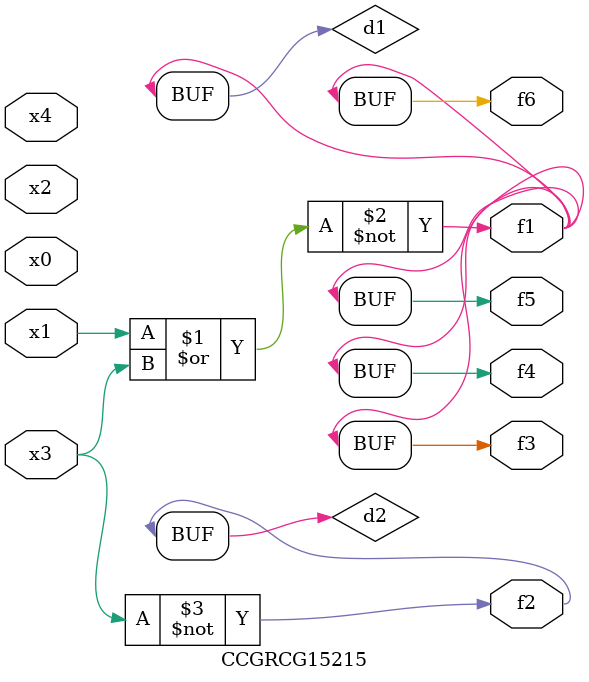
<source format=v>
module CCGRCG15215(
	input x0, x1, x2, x3, x4,
	output f1, f2, f3, f4, f5, f6
);

	wire d1, d2;

	nor (d1, x1, x3);
	not (d2, x3);
	assign f1 = d1;
	assign f2 = d2;
	assign f3 = d1;
	assign f4 = d1;
	assign f5 = d1;
	assign f6 = d1;
endmodule

</source>
